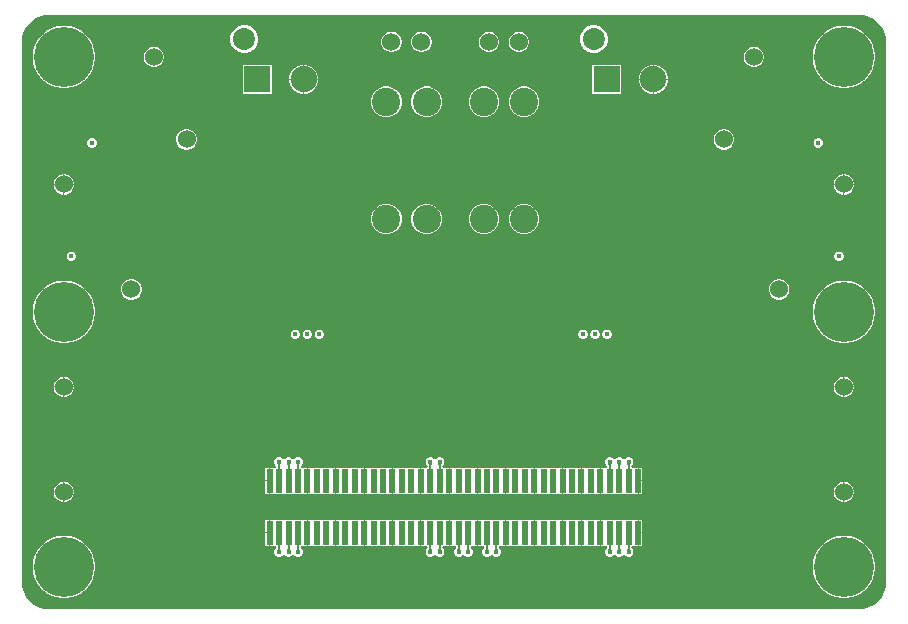
<source format=gbl>
G04*
G04 #@! TF.GenerationSoftware,Altium Limited,Altium Designer,24.2.2 (26)*
G04*
G04 Layer_Physical_Order=4*
G04 Layer_Color=16711680*
%FSLAX44Y44*%
%MOMM*%
G71*
G04*
G04 #@! TF.SameCoordinates,D0D0D645-F3CD-4B60-A7FA-FB90DE8E9CDF*
G04*
G04*
G04 #@! TF.FilePolarity,Positive*
G04*
G01*
G75*
%ADD12C,0.1270*%
%ADD14R,0.5000X2.0000*%
%ADD45C,2.4000*%
%ADD46C,1.5240*%
%ADD47C,1.8600*%
%ADD48R,2.2400X2.2400*%
%ADD49C,2.2400*%
%ADD50C,5.0800*%
%ADD51C,0.4572*%
%ADD52C,0.4524*%
G36*
X347406Y143304D02*
X351739Y141990D01*
X355733Y139855D01*
X359233Y136983D01*
X362105Y133483D01*
X364240Y129489D01*
X365554Y125156D01*
X365989Y120747D01*
X365969Y120650D01*
Y-336550D01*
X365989Y-336647D01*
X365554Y-341056D01*
X364240Y-345389D01*
X362105Y-349383D01*
X359233Y-352883D01*
X355733Y-355756D01*
X351739Y-357890D01*
X347406Y-359204D01*
X342998Y-359639D01*
X342900Y-359619D01*
X-342900D01*
X-342998Y-359639D01*
X-347406Y-359204D01*
X-351739Y-357890D01*
X-355733Y-355756D01*
X-359233Y-352883D01*
X-362105Y-349383D01*
X-364240Y-345389D01*
X-365554Y-341056D01*
X-365989Y-336647D01*
X-365969Y-336550D01*
Y-280475D01*
X-365847Y-280292D01*
X-365669Y-279400D01*
X-365847Y-278508D01*
X-365969Y-278325D01*
Y120650D01*
X-365989Y120747D01*
X-365554Y125156D01*
X-364240Y129489D01*
X-362105Y133483D01*
X-359233Y136983D01*
X-355733Y139855D01*
X-351739Y141990D01*
X-347406Y143304D01*
X-342998Y143739D01*
X-342900Y143719D01*
X342900D01*
X342998Y143739D01*
X347406Y143304D01*
D02*
G37*
%LPC*%
G36*
X-26313Y129286D02*
X-28587D01*
X-30783Y128698D01*
X-32753Y127561D01*
X-34361Y125953D01*
X-35498Y123983D01*
X-36086Y121787D01*
Y119513D01*
X-35498Y117317D01*
X-34361Y115347D01*
X-32753Y113740D01*
X-30783Y112603D01*
X-28587Y112014D01*
X-26313D01*
X-24117Y112603D01*
X-22147Y113740D01*
X-20540Y115347D01*
X-19403Y117317D01*
X-18814Y119513D01*
Y121787D01*
X-19403Y123983D01*
X-20540Y125953D01*
X-22147Y127561D01*
X-24117Y128698D01*
X-26313Y129286D01*
D02*
G37*
G36*
X-51713D02*
X-53987D01*
X-56183Y128698D01*
X-58153Y127561D01*
X-59760Y125953D01*
X-60897Y123983D01*
X-61486Y121787D01*
Y119513D01*
X-60897Y117317D01*
X-59760Y115347D01*
X-58153Y113740D01*
X-56183Y112603D01*
X-53987Y112014D01*
X-51713D01*
X-49517Y112603D01*
X-47547Y113740D01*
X-45939Y115347D01*
X-44802Y117317D01*
X-44214Y119513D01*
Y121787D01*
X-44802Y123983D01*
X-45939Y125953D01*
X-47547Y127561D01*
X-49517Y128698D01*
X-51713Y129286D01*
D02*
G37*
G36*
X56237Y129286D02*
X53963D01*
X51767Y128698D01*
X49797Y127561D01*
X48189Y125953D01*
X47052Y123983D01*
X46464Y121787D01*
Y119513D01*
X47052Y117317D01*
X48189Y115347D01*
X49797Y113740D01*
X51767Y112603D01*
X53963Y112014D01*
X56237D01*
X58433Y112603D01*
X60403Y113740D01*
X62010Y115347D01*
X63147Y117317D01*
X63736Y119513D01*
Y121787D01*
X63147Y123983D01*
X62010Y125953D01*
X60403Y127561D01*
X58433Y128698D01*
X56237Y129286D01*
D02*
G37*
G36*
X30837D02*
X28563D01*
X26367Y128698D01*
X24397Y127561D01*
X22789Y125953D01*
X21653Y123983D01*
X21064Y121787D01*
Y119513D01*
X21653Y117317D01*
X22789Y115347D01*
X24397Y113740D01*
X26367Y112603D01*
X28563Y112014D01*
X30837D01*
X33033Y112603D01*
X35003Y113740D01*
X36611Y115347D01*
X37747Y117317D01*
X38336Y119513D01*
Y121787D01*
X37747Y123983D01*
X36611Y125953D01*
X35003Y127561D01*
X33033Y128698D01*
X30837Y129286D01*
D02*
G37*
G36*
X120003Y134700D02*
X116896D01*
X113895Y133896D01*
X111205Y132342D01*
X109008Y130145D01*
X107454Y127455D01*
X106650Y124453D01*
Y121347D01*
X107454Y118345D01*
X109008Y115655D01*
X111205Y113458D01*
X113895Y111904D01*
X116896Y111100D01*
X120003D01*
X123005Y111904D01*
X125695Y113458D01*
X127892Y115655D01*
X129446Y118345D01*
X130250Y121347D01*
Y124453D01*
X129446Y127455D01*
X127892Y130145D01*
X125695Y132342D01*
X123005Y133896D01*
X120003Y134700D01*
D02*
G37*
G36*
X-175847D02*
X-178953D01*
X-181955Y133896D01*
X-184645Y132342D01*
X-186842Y130145D01*
X-188396Y127455D01*
X-189200Y124453D01*
Y121347D01*
X-188396Y118345D01*
X-186842Y115655D01*
X-184645Y113458D01*
X-181955Y111904D01*
X-178953Y111100D01*
X-175847D01*
X-172845Y111904D01*
X-170155Y113458D01*
X-167958Y115655D01*
X-166404Y118345D01*
X-165600Y121347D01*
Y124453D01*
X-166404Y127455D01*
X-167958Y130145D01*
X-170155Y132342D01*
X-172845Y133896D01*
X-175847Y134700D01*
D02*
G37*
G36*
X255137Y116586D02*
X252863D01*
X250667Y115997D01*
X248697Y114860D01*
X247090Y113253D01*
X245952Y111283D01*
X245364Y109087D01*
Y106813D01*
X245952Y104617D01*
X247090Y102647D01*
X248697Y101039D01*
X250667Y99902D01*
X252863Y99314D01*
X255137D01*
X257333Y99902D01*
X259303Y101039D01*
X260910Y102647D01*
X262048Y104617D01*
X262636Y106813D01*
Y109087D01*
X262048Y111283D01*
X260910Y113253D01*
X259303Y114860D01*
X257333Y115997D01*
X255137Y116586D01*
D02*
G37*
G36*
X-252863D02*
X-255137D01*
X-257333Y115997D01*
X-259303Y114860D01*
X-260910Y113253D01*
X-262048Y111283D01*
X-262636Y109087D01*
Y106813D01*
X-262048Y104617D01*
X-260910Y102647D01*
X-259303Y101039D01*
X-257333Y99902D01*
X-255137Y99314D01*
X-252863D01*
X-250667Y99902D01*
X-248697Y101039D01*
X-247090Y102647D01*
X-245952Y104617D01*
X-245364Y106813D01*
Y109087D01*
X-245952Y111283D01*
X-247090Y113253D01*
X-248697Y114860D01*
X-250667Y115997D01*
X-252863Y116586D01*
D02*
G37*
G36*
X170458Y101116D02*
X169358D01*
Y89408D01*
X181066D01*
Y90508D01*
X180233Y93615D01*
X178625Y96401D01*
X176351Y98675D01*
X173565Y100283D01*
X170458Y101116D01*
D02*
G37*
G36*
X168342D02*
X167242D01*
X164135Y100283D01*
X161349Y98675D01*
X159075Y96401D01*
X157466Y93615D01*
X156634Y90508D01*
Y89408D01*
X168342D01*
Y101116D01*
D02*
G37*
G36*
X-125392D02*
X-126492D01*
Y89408D01*
X-114784D01*
Y90508D01*
X-115617Y93615D01*
X-117225Y96401D01*
X-119499Y98675D01*
X-122285Y100283D01*
X-125392Y101116D01*
D02*
G37*
G36*
X-127508D02*
X-128608D01*
X-131715Y100283D01*
X-134501Y98675D01*
X-136775Y96401D01*
X-138384Y93615D01*
X-139216Y90508D01*
Y89408D01*
X-127508D01*
Y101116D01*
D02*
G37*
G36*
X332279Y134366D02*
X328121D01*
X324014Y133716D01*
X320060Y132431D01*
X316355Y130543D01*
X312991Y128099D01*
X310051Y125159D01*
X307607Y121795D01*
X305719Y118090D01*
X304434Y114136D01*
X303784Y110029D01*
Y105871D01*
X304434Y101764D01*
X305719Y97810D01*
X307607Y94105D01*
X310051Y90741D01*
X312991Y87801D01*
X316355Y85357D01*
X320060Y83469D01*
X324014Y82184D01*
X328121Y81534D01*
X332279D01*
X336386Y82184D01*
X340340Y83469D01*
X344045Y85357D01*
X347409Y87801D01*
X350349Y90741D01*
X352793Y94105D01*
X354681Y97810D01*
X355966Y101764D01*
X356616Y105871D01*
Y110029D01*
X355966Y114136D01*
X354681Y118090D01*
X352793Y121795D01*
X350349Y125159D01*
X347409Y128099D01*
X344045Y130543D01*
X340340Y132431D01*
X336386Y133716D01*
X332279Y134366D01*
D02*
G37*
G36*
X-328121D02*
X-332279D01*
X-336386Y133716D01*
X-340340Y132431D01*
X-344045Y130543D01*
X-347409Y128099D01*
X-350349Y125159D01*
X-352793Y121795D01*
X-354681Y118090D01*
X-355966Y114136D01*
X-356616Y110029D01*
Y105871D01*
X-355966Y101764D01*
X-354681Y97810D01*
X-352793Y94105D01*
X-350349Y90741D01*
X-347409Y87801D01*
X-344045Y85357D01*
X-340340Y83469D01*
X-336386Y82184D01*
X-332279Y81534D01*
X-328121D01*
X-324014Y82184D01*
X-320060Y83469D01*
X-316355Y85357D01*
X-312991Y87801D01*
X-310051Y90741D01*
X-307607Y94105D01*
X-305719Y97810D01*
X-304434Y101764D01*
X-303784Y105871D01*
Y110029D01*
X-304434Y114136D01*
X-305719Y118090D01*
X-307607Y121795D01*
X-310051Y125159D01*
X-312991Y128099D01*
X-316355Y130543D01*
X-320060Y132431D01*
X-324014Y133716D01*
X-328121Y134366D01*
D02*
G37*
G36*
X181066Y88392D02*
X169358D01*
Y76684D01*
X170458D01*
X173565Y77516D01*
X176351Y79125D01*
X178625Y81399D01*
X180233Y84185D01*
X181066Y87292D01*
Y88392D01*
D02*
G37*
G36*
X168342D02*
X156634D01*
Y87292D01*
X157466Y84185D01*
X159075Y81399D01*
X161349Y79125D01*
X164135Y77516D01*
X167242Y76684D01*
X168342D01*
Y88392D01*
D02*
G37*
G36*
X141466Y101116D02*
X117034D01*
Y76684D01*
X141466D01*
Y101116D01*
D02*
G37*
G36*
X-114784Y88392D02*
X-126492D01*
Y76684D01*
X-125392D01*
X-122285Y77516D01*
X-119499Y79125D01*
X-117225Y81399D01*
X-115617Y84185D01*
X-114784Y87292D01*
Y88392D01*
D02*
G37*
G36*
X-127508D02*
X-139216D01*
Y87292D01*
X-138384Y84185D01*
X-136775Y81399D01*
X-134501Y79125D01*
X-131715Y77516D01*
X-128608Y76684D01*
X-127508D01*
Y88392D01*
D02*
G37*
G36*
X-154384Y101116D02*
X-178816D01*
Y76684D01*
X-154384D01*
Y101116D01*
D02*
G37*
G36*
X-21437Y82866D02*
X-24864D01*
X-28174Y81979D01*
X-31142Y80265D01*
X-33565Y77842D01*
X-35279Y74874D01*
X-36166Y71564D01*
Y68136D01*
X-35279Y64826D01*
X-33565Y61858D01*
X-31142Y59435D01*
X-28174Y57721D01*
X-24864Y56834D01*
X-21437D01*
X-18126Y57721D01*
X-15158Y59435D01*
X-12735Y61858D01*
X-11021Y64826D01*
X-10134Y68136D01*
Y71564D01*
X-11021Y74874D01*
X-12735Y77842D01*
X-15158Y80265D01*
X-18126Y81979D01*
X-21437Y82866D01*
D02*
G37*
G36*
X61114Y82866D02*
X57686D01*
X54376Y81979D01*
X51408Y80265D01*
X48985Y77842D01*
X47271Y74874D01*
X46384Y71564D01*
Y68136D01*
X47271Y64826D01*
X48985Y61858D01*
X51408Y59435D01*
X54376Y57721D01*
X57686Y56834D01*
X61114D01*
X64424Y57721D01*
X67392Y59435D01*
X69815Y61858D01*
X71529Y64826D01*
X72416Y68136D01*
Y71564D01*
X71529Y74874D01*
X69815Y77842D01*
X67392Y80265D01*
X64424Y81979D01*
X61114Y82866D01*
D02*
G37*
G36*
X27114D02*
X23686D01*
X20376Y81979D01*
X17408Y80265D01*
X14985Y77842D01*
X13271Y74874D01*
X12384Y71564D01*
Y68136D01*
X13271Y64826D01*
X14985Y61858D01*
X17408Y59435D01*
X20376Y57721D01*
X23686Y56834D01*
X27114D01*
X30424Y57721D01*
X33392Y59435D01*
X35815Y61858D01*
X37529Y64826D01*
X38416Y68136D01*
Y71564D01*
X37529Y74874D01*
X35815Y77842D01*
X33392Y80265D01*
X30424Y81979D01*
X27114Y82866D01*
D02*
G37*
G36*
X-55436D02*
X-58864D01*
X-62174Y81979D01*
X-65142Y80265D01*
X-67565Y77842D01*
X-69279Y74874D01*
X-70166Y71564D01*
Y68136D01*
X-69279Y64826D01*
X-67565Y61858D01*
X-65142Y59435D01*
X-62174Y57721D01*
X-58864Y56834D01*
X-55436D01*
X-52126Y57721D01*
X-49158Y59435D01*
X-46735Y61858D01*
X-45021Y64826D01*
X-44134Y68136D01*
Y71564D01*
X-45021Y74874D01*
X-46735Y77842D01*
X-49158Y80265D01*
X-52126Y81979D01*
X-55436Y82866D01*
D02*
G37*
G36*
X309296Y39200D02*
X307704D01*
X306234Y38591D01*
X305109Y37466D01*
X304500Y35996D01*
Y34404D01*
X305109Y32934D01*
X306234Y31809D01*
X307704Y31200D01*
X309296D01*
X310766Y31809D01*
X311891Y32934D01*
X312500Y34404D01*
Y35996D01*
X311891Y37466D01*
X310766Y38591D01*
X309296Y39200D01*
D02*
G37*
G36*
X-305704Y38925D02*
X-307296D01*
X-308766Y38316D01*
X-309891Y37191D01*
X-310500Y35721D01*
Y34129D01*
X-309891Y32659D01*
X-308766Y31534D01*
X-307296Y30925D01*
X-305704D01*
X-304234Y31534D01*
X-303109Y32659D01*
X-302500Y34129D01*
Y35721D01*
X-303109Y37191D01*
X-304234Y38316D01*
X-305704Y38925D01*
D02*
G37*
G36*
X229737Y46736D02*
X227463D01*
X225267Y46147D01*
X223297Y45010D01*
X221689Y43403D01*
X220553Y41433D01*
X219964Y39237D01*
Y36963D01*
X220553Y34767D01*
X221689Y32797D01*
X223297Y31189D01*
X225267Y30052D01*
X227463Y29464D01*
X229737D01*
X231933Y30052D01*
X233903Y31189D01*
X235511Y32797D01*
X236647Y34767D01*
X237236Y36963D01*
Y39237D01*
X236647Y41433D01*
X235511Y43403D01*
X233903Y45010D01*
X231933Y46147D01*
X229737Y46736D01*
D02*
G37*
G36*
X-225213D02*
X-227487D01*
X-229683Y46147D01*
X-231653Y45010D01*
X-233261Y43403D01*
X-234398Y41433D01*
X-234986Y39237D01*
Y36963D01*
X-234398Y34767D01*
X-233261Y32797D01*
X-231653Y31189D01*
X-229683Y30052D01*
X-227487Y29464D01*
X-225213D01*
X-223017Y30052D01*
X-221047Y31189D01*
X-219440Y32797D01*
X-218303Y34767D01*
X-217714Y36963D01*
Y39237D01*
X-218303Y41433D01*
X-219440Y43403D01*
X-221047Y45010D01*
X-223017Y46147D01*
X-225213Y46736D01*
D02*
G37*
G36*
X331337Y8636D02*
X330708D01*
Y508D01*
X338836D01*
Y1137D01*
X338247Y3333D01*
X337110Y5303D01*
X335503Y6910D01*
X333533Y8048D01*
X331337Y8636D01*
D02*
G37*
G36*
X329692D02*
X329063D01*
X326867Y8048D01*
X324897Y6910D01*
X323289Y5303D01*
X322152Y3333D01*
X321564Y1137D01*
Y508D01*
X329692D01*
Y8636D01*
D02*
G37*
G36*
X-329063D02*
X-329692D01*
Y508D01*
X-321564D01*
Y1137D01*
X-322152Y3333D01*
X-323289Y5303D01*
X-324897Y6910D01*
X-326867Y8048D01*
X-329063Y8636D01*
D02*
G37*
G36*
X-330708D02*
X-331337D01*
X-333533Y8048D01*
X-335503Y6910D01*
X-337110Y5303D01*
X-338247Y3333D01*
X-338836Y1137D01*
Y508D01*
X-330708D01*
Y8636D01*
D02*
G37*
G36*
X338836Y-508D02*
X330708D01*
Y-8636D01*
X331337D01*
X333533Y-8048D01*
X335503Y-6910D01*
X337110Y-5303D01*
X338247Y-3333D01*
X338836Y-1137D01*
Y-508D01*
D02*
G37*
G36*
X329692D02*
X321564D01*
Y-1137D01*
X322152Y-3333D01*
X323289Y-5303D01*
X324897Y-6910D01*
X326867Y-8048D01*
X329063Y-8636D01*
X329692D01*
Y-508D01*
D02*
G37*
G36*
X-321564D02*
X-329692D01*
Y-8636D01*
X-329063D01*
X-326867Y-8048D01*
X-324897Y-6910D01*
X-323289Y-5303D01*
X-322152Y-3333D01*
X-321564Y-1137D01*
Y-508D01*
D02*
G37*
G36*
X-330708D02*
X-338836D01*
Y-1137D01*
X-338247Y-3333D01*
X-337110Y-5303D01*
X-335503Y-6910D01*
X-333533Y-8048D01*
X-331337Y-8636D01*
X-330708D01*
Y-508D01*
D02*
G37*
G36*
X61114Y-16334D02*
X57686D01*
X54376Y-17221D01*
X51408Y-18935D01*
X48985Y-21358D01*
X47271Y-24326D01*
X46384Y-27636D01*
Y-31064D01*
X47271Y-34374D01*
X48985Y-37342D01*
X51408Y-39765D01*
X54376Y-41479D01*
X57686Y-42366D01*
X61114D01*
X64424Y-41479D01*
X67392Y-39765D01*
X69815Y-37342D01*
X71529Y-34374D01*
X72416Y-31064D01*
Y-27636D01*
X71529Y-24326D01*
X69815Y-21358D01*
X67392Y-18935D01*
X64424Y-17221D01*
X61114Y-16334D01*
D02*
G37*
G36*
X27114D02*
X23686D01*
X20376Y-17221D01*
X17408Y-18935D01*
X14985Y-21358D01*
X13271Y-24326D01*
X12384Y-27636D01*
Y-31064D01*
X13271Y-34374D01*
X14985Y-37342D01*
X17408Y-39765D01*
X20376Y-41479D01*
X23686Y-42366D01*
X27114D01*
X30424Y-41479D01*
X33392Y-39765D01*
X35815Y-37342D01*
X37529Y-34374D01*
X38416Y-31064D01*
Y-27636D01*
X37529Y-24326D01*
X35815Y-21358D01*
X33392Y-18935D01*
X30424Y-17221D01*
X27114Y-16334D01*
D02*
G37*
G36*
X-55436D02*
X-58864D01*
X-62174Y-17221D01*
X-65142Y-18935D01*
X-67565Y-21358D01*
X-69279Y-24326D01*
X-70166Y-27636D01*
Y-31064D01*
X-69279Y-34374D01*
X-67565Y-37342D01*
X-65142Y-39765D01*
X-62174Y-41479D01*
X-58864Y-42366D01*
X-55436D01*
X-52126Y-41479D01*
X-49158Y-39765D01*
X-46735Y-37342D01*
X-45021Y-34374D01*
X-44134Y-31064D01*
Y-27636D01*
X-45021Y-24326D01*
X-46735Y-21358D01*
X-49158Y-18935D01*
X-52126Y-17221D01*
X-55436Y-16334D01*
D02*
G37*
G36*
X-21437Y-16334D02*
X-24864D01*
X-28174Y-17221D01*
X-31142Y-18935D01*
X-33565Y-21358D01*
X-35279Y-24326D01*
X-36166Y-27636D01*
Y-31064D01*
X-35279Y-34374D01*
X-33565Y-37342D01*
X-31142Y-39765D01*
X-28174Y-41479D01*
X-24864Y-42366D01*
X-21437D01*
X-18126Y-41479D01*
X-15158Y-39765D01*
X-12735Y-37342D01*
X-11021Y-34374D01*
X-10134Y-31064D01*
Y-27636D01*
X-11021Y-24326D01*
X-12735Y-21358D01*
X-15158Y-18935D01*
X-18126Y-17221D01*
X-21437Y-16334D01*
D02*
G37*
G36*
X-323054Y-56960D02*
X-324646D01*
X-326116Y-57569D01*
X-327241Y-58694D01*
X-327850Y-60164D01*
Y-61756D01*
X-327241Y-63226D01*
X-326116Y-64351D01*
X-324646Y-64960D01*
X-323054D01*
X-321584Y-64351D01*
X-320459Y-63226D01*
X-319850Y-61756D01*
Y-60164D01*
X-320459Y-58694D01*
X-321584Y-57569D01*
X-323054Y-56960D01*
D02*
G37*
G36*
X326896Y-56960D02*
X325304D01*
X323834Y-57569D01*
X322709Y-58694D01*
X322100Y-60164D01*
Y-61756D01*
X322709Y-63226D01*
X323834Y-64351D01*
X325304Y-64960D01*
X326896D01*
X328366Y-64351D01*
X329491Y-63226D01*
X330100Y-61756D01*
Y-60164D01*
X329491Y-58694D01*
X328366Y-57569D01*
X326896Y-56960D01*
D02*
G37*
G36*
X276437Y-80264D02*
X274163D01*
X271967Y-80852D01*
X269997Y-81989D01*
X268389Y-83597D01*
X267253Y-85567D01*
X266664Y-87763D01*
Y-90037D01*
X267253Y-92233D01*
X268389Y-94203D01*
X269997Y-95810D01*
X271967Y-96947D01*
X274163Y-97536D01*
X276437D01*
X278633Y-96947D01*
X280603Y-95810D01*
X282211Y-94203D01*
X283347Y-92233D01*
X283936Y-90037D01*
Y-87763D01*
X283347Y-85567D01*
X282211Y-83597D01*
X280603Y-81989D01*
X278633Y-80852D01*
X276437Y-80264D01*
D02*
G37*
G36*
X-271913D02*
X-274187D01*
X-276383Y-80852D01*
X-278353Y-81989D01*
X-279960Y-83597D01*
X-281098Y-85567D01*
X-281686Y-87763D01*
Y-90037D01*
X-281098Y-92233D01*
X-279960Y-94203D01*
X-278353Y-95810D01*
X-276383Y-96947D01*
X-274187Y-97536D01*
X-271913D01*
X-269717Y-96947D01*
X-267747Y-95810D01*
X-266140Y-94203D01*
X-265002Y-92233D01*
X-264414Y-90037D01*
Y-87763D01*
X-265002Y-85567D01*
X-266140Y-83597D01*
X-267747Y-81989D01*
X-269717Y-80852D01*
X-271913Y-80264D01*
D02*
G37*
G36*
X130336Y-123000D02*
X128744D01*
X127274Y-123609D01*
X126149Y-124734D01*
X125540Y-126204D01*
Y-127796D01*
X126149Y-129266D01*
X127274Y-130391D01*
X128744Y-131000D01*
X130336D01*
X131806Y-130391D01*
X132931Y-129266D01*
X133540Y-127796D01*
Y-126204D01*
X132931Y-124734D01*
X131806Y-123609D01*
X130336Y-123000D01*
D02*
G37*
G36*
X120176D02*
X118584D01*
X117114Y-123609D01*
X115989Y-124734D01*
X115380Y-126204D01*
Y-127796D01*
X115989Y-129266D01*
X117114Y-130391D01*
X118584Y-131000D01*
X120176D01*
X121646Y-130391D01*
X122771Y-129266D01*
X123380Y-127796D01*
Y-126204D01*
X122771Y-124734D01*
X121646Y-123609D01*
X120176Y-123000D01*
D02*
G37*
G36*
X110016D02*
X108424D01*
X106954Y-123609D01*
X105829Y-124734D01*
X105220Y-126204D01*
Y-127796D01*
X105829Y-129266D01*
X106954Y-130391D01*
X108424Y-131000D01*
X110016D01*
X111486Y-130391D01*
X112611Y-129266D01*
X113220Y-127796D01*
Y-126204D01*
X112611Y-124734D01*
X111486Y-123609D01*
X110016Y-123000D01*
D02*
G37*
G36*
X-113214D02*
X-114806D01*
X-116276Y-123609D01*
X-117401Y-124734D01*
X-118010Y-126204D01*
Y-127796D01*
X-117401Y-129266D01*
X-116276Y-130391D01*
X-114806Y-131000D01*
X-113214D01*
X-111744Y-130391D01*
X-110619Y-129266D01*
X-110010Y-127796D01*
Y-126204D01*
X-110619Y-124734D01*
X-111744Y-123609D01*
X-113214Y-123000D01*
D02*
G37*
G36*
X-123374D02*
X-124966D01*
X-126436Y-123609D01*
X-127561Y-124734D01*
X-128170Y-126204D01*
Y-127796D01*
X-127561Y-129266D01*
X-126436Y-130391D01*
X-124966Y-131000D01*
X-123374D01*
X-121904Y-130391D01*
X-120779Y-129266D01*
X-120170Y-127796D01*
Y-126204D01*
X-120779Y-124734D01*
X-121904Y-123609D01*
X-123374Y-123000D01*
D02*
G37*
G36*
X-133534D02*
X-135126D01*
X-136596Y-123609D01*
X-137721Y-124734D01*
X-138330Y-126204D01*
Y-127796D01*
X-137721Y-129266D01*
X-136596Y-130391D01*
X-135126Y-131000D01*
X-133534D01*
X-132064Y-130391D01*
X-130939Y-129266D01*
X-130330Y-127796D01*
Y-126204D01*
X-130939Y-124734D01*
X-132064Y-123609D01*
X-133534Y-123000D01*
D02*
G37*
G36*
X332279Y-81534D02*
X328121D01*
X324014Y-82184D01*
X320060Y-83469D01*
X316355Y-85357D01*
X312991Y-87801D01*
X310051Y-90741D01*
X307607Y-94105D01*
X305719Y-97810D01*
X304434Y-101764D01*
X303784Y-105871D01*
Y-110029D01*
X304434Y-114136D01*
X305719Y-118090D01*
X307607Y-121795D01*
X310051Y-125159D01*
X312991Y-128099D01*
X316355Y-130543D01*
X320060Y-132431D01*
X324014Y-133716D01*
X328121Y-134366D01*
X332279D01*
X336386Y-133716D01*
X340340Y-132431D01*
X344045Y-130543D01*
X347409Y-128099D01*
X350349Y-125159D01*
X352793Y-121795D01*
X354681Y-118090D01*
X355966Y-114136D01*
X356616Y-110029D01*
Y-105871D01*
X355966Y-101764D01*
X354681Y-97810D01*
X352793Y-94105D01*
X350349Y-90741D01*
X347409Y-87801D01*
X344045Y-85357D01*
X340340Y-83469D01*
X336386Y-82184D01*
X332279Y-81534D01*
D02*
G37*
G36*
X-328121D02*
X-332279D01*
X-336386Y-82184D01*
X-340340Y-83469D01*
X-344045Y-85357D01*
X-347409Y-87801D01*
X-350349Y-90741D01*
X-352793Y-94105D01*
X-354681Y-97810D01*
X-355966Y-101764D01*
X-356616Y-105871D01*
Y-110029D01*
X-355966Y-114136D01*
X-354681Y-118090D01*
X-352793Y-121795D01*
X-350349Y-125159D01*
X-347409Y-128099D01*
X-344045Y-130543D01*
X-340340Y-132431D01*
X-336386Y-133716D01*
X-332279Y-134366D01*
X-328121D01*
X-324014Y-133716D01*
X-320060Y-132431D01*
X-316355Y-130543D01*
X-312991Y-128099D01*
X-310051Y-125159D01*
X-307607Y-121795D01*
X-305719Y-118090D01*
X-304434Y-114136D01*
X-303784Y-110029D01*
Y-105871D01*
X-304434Y-101764D01*
X-305719Y-97810D01*
X-307607Y-94105D01*
X-310051Y-90741D01*
X-312991Y-87801D01*
X-316355Y-85357D01*
X-320060Y-83469D01*
X-324014Y-82184D01*
X-328121Y-81534D01*
D02*
G37*
G36*
X331337Y-162814D02*
X330708D01*
Y-170942D01*
X338836D01*
Y-170313D01*
X338247Y-168117D01*
X337110Y-166147D01*
X335503Y-164540D01*
X333533Y-163403D01*
X331337Y-162814D01*
D02*
G37*
G36*
X-329063D02*
X-329692D01*
Y-170942D01*
X-321564D01*
Y-170313D01*
X-322152Y-168117D01*
X-323289Y-166147D01*
X-324897Y-164540D01*
X-326867Y-163403D01*
X-329063Y-162814D01*
D02*
G37*
G36*
X-330708D02*
X-331337D01*
X-333533Y-163403D01*
X-335503Y-164540D01*
X-337110Y-166147D01*
X-338247Y-168117D01*
X-338836Y-170313D01*
Y-170942D01*
X-330708D01*
Y-162814D01*
D02*
G37*
G36*
X329692D02*
X329063D01*
X326867Y-163403D01*
X324897Y-164540D01*
X323289Y-166147D01*
X322152Y-168117D01*
X321564Y-170313D01*
Y-170942D01*
X329692D01*
Y-162814D01*
D02*
G37*
G36*
X338836Y-171958D02*
X330708D01*
Y-180086D01*
X331337D01*
X333533Y-179498D01*
X335503Y-178361D01*
X337110Y-176753D01*
X338247Y-174783D01*
X338836Y-172587D01*
Y-171958D01*
D02*
G37*
G36*
X329692D02*
X321564D01*
Y-172587D01*
X322152Y-174783D01*
X323289Y-176753D01*
X324897Y-178361D01*
X326867Y-179498D01*
X329063Y-180086D01*
X329692D01*
Y-171958D01*
D02*
G37*
G36*
X-321564D02*
X-329692D01*
Y-180086D01*
X-329063D01*
X-326867Y-179498D01*
X-324897Y-178361D01*
X-323289Y-176753D01*
X-322152Y-174783D01*
X-321564Y-172587D01*
Y-171958D01*
D02*
G37*
G36*
X-330708D02*
X-338836D01*
Y-172587D01*
X-338247Y-174783D01*
X-337110Y-176753D01*
X-335503Y-178361D01*
X-333533Y-179498D01*
X-331337Y-180086D01*
X-330708D01*
Y-171958D01*
D02*
G37*
G36*
X-11205Y-230950D02*
X-12796D01*
X-14266Y-231559D01*
X-15281Y-232573D01*
X-16000Y-232633D01*
X-16720Y-232573D01*
X-17735Y-231559D01*
X-19205Y-230950D01*
X-20796D01*
X-22266Y-231559D01*
X-23391Y-232684D01*
X-24000Y-234154D01*
Y-235746D01*
X-23391Y-237216D01*
X-22266Y-238341D01*
X-22553Y-239597D01*
X-22913Y-240034D01*
X-24484Y-240034D01*
X-24786Y-240034D01*
X-27492D01*
Y-251050D01*
Y-262066D01*
X-24786D01*
X-24484Y-262066D01*
X-23516D01*
X-23214Y-262066D01*
X-16786D01*
X-16484Y-262066D01*
X-15516D01*
X-15214Y-262066D01*
X-8786D01*
X-8484Y-262066D01*
X-7516D01*
X-7214Y-262066D01*
X-4508D01*
Y-251050D01*
Y-240034D01*
X-7214D01*
X-7516Y-240034D01*
X-8484D01*
X-8786Y-240034D01*
X-9088D01*
X-9448Y-239597D01*
X-9735Y-238341D01*
X-8609Y-237216D01*
X-8001Y-235746D01*
Y-234154D01*
X-8609Y-232684D01*
X-9735Y-231559D01*
X-11205Y-230950D01*
D02*
G37*
G36*
X148795D02*
X147204D01*
X145734Y-231559D01*
X144719Y-232573D01*
X144000Y-232633D01*
X143280Y-232573D01*
X142265Y-231559D01*
X140795Y-230950D01*
X139204D01*
X137734Y-231559D01*
X136719Y-232573D01*
X135999Y-232633D01*
X135280Y-232573D01*
X134265Y-231559D01*
X132795Y-230950D01*
X131204D01*
X129734Y-231559D01*
X128609Y-232684D01*
X127999Y-234154D01*
Y-235746D01*
X128609Y-237216D01*
X129734Y-238341D01*
X129447Y-239597D01*
X129087Y-240034D01*
X127516Y-240034D01*
X127214Y-240034D01*
X124508D01*
Y-251050D01*
Y-262066D01*
X127214D01*
X127516Y-262066D01*
X128484D01*
X128786Y-262066D01*
X135214D01*
X135516Y-262066D01*
X136484D01*
X136786Y-262066D01*
X143214D01*
X143516Y-262066D01*
X144484D01*
X144786Y-262066D01*
X151214D01*
X151516Y-262066D01*
X152484D01*
X152786Y-262066D01*
X155492D01*
Y-251050D01*
Y-240034D01*
X152786D01*
X152484Y-240034D01*
X151516D01*
X151214Y-240034D01*
X150912D01*
X150553Y-239597D01*
X150265Y-238341D01*
X151391Y-237216D01*
X152000Y-235746D01*
Y-234154D01*
X151391Y-232684D01*
X150265Y-231559D01*
X148795Y-230950D01*
D02*
G37*
G36*
X-131205Y-230950D02*
X-132796D01*
X-134266Y-231559D01*
X-135281Y-232573D01*
X-136000Y-232633D01*
X-136720Y-232573D01*
X-137734Y-231559D01*
X-139205Y-230950D01*
X-140796D01*
X-142266Y-231559D01*
X-143280Y-232573D01*
X-144000Y-232633D01*
X-144720Y-232573D01*
X-145734Y-231559D01*
X-147205Y-230950D01*
X-148796D01*
X-150266Y-231559D01*
X-151391Y-232684D01*
X-152000Y-234154D01*
Y-235746D01*
X-151391Y-237216D01*
X-150266Y-238341D01*
X-150553Y-239597D01*
X-150913Y-240034D01*
X-152484Y-240034D01*
X-152786Y-240034D01*
X-155492D01*
Y-251050D01*
Y-262066D01*
X-152786D01*
X-152484Y-262066D01*
X-151516D01*
X-151214Y-262066D01*
X-144786D01*
X-144484Y-262066D01*
X-143516D01*
X-143214Y-262066D01*
X-136786D01*
X-136484Y-262066D01*
X-135516D01*
X-135214Y-262066D01*
X-128786D01*
X-128484Y-262066D01*
X-127516D01*
X-127214Y-262066D01*
X-124508D01*
Y-251050D01*
Y-240034D01*
X-127214D01*
X-127516Y-240034D01*
X-128484D01*
X-128786Y-240034D01*
X-129088D01*
X-129447Y-239597D01*
X-129734Y-238341D01*
X-128609Y-237216D01*
X-128000Y-235746D01*
Y-234154D01*
X-128609Y-232684D01*
X-129734Y-231559D01*
X-131205Y-230950D01*
D02*
G37*
G36*
X120484Y-240034D02*
X119516D01*
X119214Y-240034D01*
X112786D01*
X112484Y-240034D01*
X111516D01*
X111214Y-240034D01*
X108508D01*
Y-251050D01*
Y-262066D01*
X111214D01*
X111516Y-262066D01*
X112484D01*
X112786Y-262066D01*
X119214D01*
X119516Y-262066D01*
X120484D01*
X120786Y-262066D01*
X123492D01*
Y-251050D01*
Y-240034D01*
X120786D01*
X120484Y-240034D01*
D02*
G37*
G36*
X104484D02*
X103516D01*
X103214Y-240034D01*
X96786D01*
X96484Y-240034D01*
X95516D01*
X95214Y-240034D01*
X92508D01*
Y-251050D01*
Y-262066D01*
X95214D01*
X95516Y-262066D01*
X96484D01*
X96786Y-262066D01*
X103214D01*
X103516Y-262066D01*
X104484D01*
X104786Y-262066D01*
X107492D01*
Y-251050D01*
Y-240034D01*
X104786D01*
X104484Y-240034D01*
D02*
G37*
G36*
X88484D02*
X87516D01*
X87214Y-240034D01*
X80786D01*
X80484Y-240034D01*
X79516D01*
X79214Y-240034D01*
X72786D01*
X72484Y-240034D01*
X71516D01*
X71214Y-240034D01*
X68508D01*
Y-251050D01*
Y-262066D01*
X71214D01*
X71516Y-262066D01*
X72484D01*
X72786Y-262066D01*
X79214D01*
X79516Y-262066D01*
X80484D01*
X80786Y-262066D01*
X87214D01*
X87516Y-262066D01*
X88484D01*
X88786Y-262066D01*
X91492D01*
Y-251050D01*
Y-240034D01*
X88786D01*
X88484Y-240034D01*
D02*
G37*
G36*
X64484D02*
X63516D01*
X63214Y-240034D01*
X56786D01*
X56484Y-240034D01*
X55516D01*
X55214Y-240034D01*
X48786D01*
X48484Y-240034D01*
X47516D01*
X47214Y-240034D01*
X44508D01*
Y-251050D01*
Y-262066D01*
X47214D01*
X47516Y-262066D01*
X48484D01*
X48786Y-262066D01*
X55214D01*
X55516Y-262066D01*
X56484D01*
X56786Y-262066D01*
X63214D01*
X63516Y-262066D01*
X64484D01*
X64786Y-262066D01*
X67492D01*
Y-251050D01*
Y-240034D01*
X64786D01*
X64484Y-240034D01*
D02*
G37*
G36*
X40484D02*
X39516D01*
X39214Y-240034D01*
X32786D01*
X32484Y-240034D01*
X31516D01*
X31214Y-240034D01*
X24786D01*
X24484Y-240034D01*
X23516D01*
X23214Y-240034D01*
X20508D01*
Y-251050D01*
Y-262066D01*
X23214D01*
X23516Y-262066D01*
X24484D01*
X24786Y-262066D01*
X31214D01*
X31516Y-262066D01*
X32484D01*
X32786Y-262066D01*
X39214D01*
X39516Y-262066D01*
X40484D01*
X40786Y-262066D01*
X43492D01*
Y-251050D01*
Y-240034D01*
X40786D01*
X40484Y-240034D01*
D02*
G37*
G36*
X16484D02*
X15516D01*
X15214Y-240034D01*
X8786D01*
X8484Y-240034D01*
X7516D01*
X7214Y-240034D01*
X786D01*
X484Y-240034D01*
X-484D01*
X-786Y-240034D01*
X-3492D01*
Y-251050D01*
Y-262066D01*
X-786D01*
X-484Y-262066D01*
X484D01*
X786Y-262066D01*
X7214D01*
X7516Y-262066D01*
X8484D01*
X8786Y-262066D01*
X15214D01*
X15516Y-262066D01*
X16484D01*
X16786Y-262066D01*
X19492D01*
Y-251050D01*
Y-240034D01*
X16786D01*
X16484Y-240034D01*
D02*
G37*
G36*
X-31516D02*
X-32484D01*
X-32786Y-240034D01*
X-39214D01*
X-39516Y-240034D01*
X-40484D01*
X-40786Y-240034D01*
X-47214D01*
X-47516Y-240034D01*
X-48484D01*
X-48786Y-240034D01*
X-51492D01*
Y-251050D01*
Y-262066D01*
X-48786D01*
X-48484Y-262066D01*
X-47516D01*
X-47214Y-262066D01*
X-40786D01*
X-40484Y-262066D01*
X-39516D01*
X-39214Y-262066D01*
X-32786D01*
X-32484Y-262066D01*
X-31516D01*
X-31214Y-262066D01*
X-28508D01*
Y-251050D01*
Y-240034D01*
X-31214D01*
X-31516Y-240034D01*
D02*
G37*
G36*
X-55516D02*
X-56484D01*
X-56786Y-240034D01*
X-63214D01*
X-63516Y-240034D01*
X-64484D01*
X-64786Y-240034D01*
X-71214D01*
X-71516Y-240034D01*
X-72484D01*
X-72786Y-240034D01*
X-75492D01*
Y-251050D01*
Y-262066D01*
X-72786D01*
X-72484Y-262066D01*
X-71516D01*
X-71214Y-262066D01*
X-64786D01*
X-64484Y-262066D01*
X-63516D01*
X-63214Y-262066D01*
X-56786D01*
X-56484Y-262066D01*
X-55516D01*
X-55214Y-262066D01*
X-52508D01*
Y-251050D01*
Y-240034D01*
X-55214D01*
X-55516Y-240034D01*
D02*
G37*
G36*
X-79516D02*
X-80484D01*
X-80786Y-240034D01*
X-87214D01*
X-87516Y-240034D01*
X-88484D01*
X-88786Y-240034D01*
X-95214D01*
X-95516Y-240034D01*
X-96484D01*
X-96786Y-240034D01*
X-99492D01*
Y-251050D01*
Y-262066D01*
X-96786D01*
X-96484Y-262066D01*
X-95516D01*
X-95214Y-262066D01*
X-88786D01*
X-88484Y-262066D01*
X-87516D01*
X-87214Y-262066D01*
X-80786D01*
X-80484Y-262066D01*
X-79516D01*
X-79214Y-262066D01*
X-76508D01*
Y-251050D01*
Y-240034D01*
X-79214D01*
X-79516Y-240034D01*
D02*
G37*
G36*
X-103516D02*
X-104484D01*
X-104786Y-240034D01*
X-111214D01*
X-111516Y-240034D01*
X-112484D01*
X-112786Y-240034D01*
X-119214D01*
X-119516Y-240034D01*
X-120484D01*
X-120786Y-240034D01*
X-123492D01*
Y-251050D01*
Y-262066D01*
X-120786D01*
X-120484Y-262066D01*
X-119516D01*
X-119214Y-262066D01*
X-112786D01*
X-112484Y-262066D01*
X-111516D01*
X-111214Y-262066D01*
X-104786D01*
X-104484Y-262066D01*
X-103516D01*
X-103214Y-262066D01*
X-100508D01*
Y-251050D01*
Y-240034D01*
X-103214D01*
X-103516Y-240034D01*
D02*
G37*
G36*
X156508Y-240034D02*
Y-250542D01*
X159516D01*
Y-240034D01*
X156508D01*
D02*
G37*
G36*
X-156508D02*
X-159516D01*
Y-250542D01*
X-156508D01*
Y-240034D01*
D02*
G37*
G36*
X331337Y-251714D02*
X330708D01*
Y-259842D01*
X338836D01*
Y-259213D01*
X338247Y-257017D01*
X337110Y-255047D01*
X335503Y-253440D01*
X333533Y-252302D01*
X331337Y-251714D01*
D02*
G37*
G36*
X-329063D02*
X-329692D01*
Y-259842D01*
X-321564D01*
Y-259213D01*
X-322152Y-257017D01*
X-323289Y-255047D01*
X-324897Y-253440D01*
X-326867Y-252302D01*
X-329063Y-251714D01*
D02*
G37*
G36*
X-330708D02*
X-331337D01*
X-333533Y-252302D01*
X-335503Y-253440D01*
X-337110Y-255047D01*
X-338247Y-257017D01*
X-338836Y-259213D01*
Y-259842D01*
X-330708D01*
Y-251714D01*
D02*
G37*
G36*
X329692D02*
X329063D01*
X326867Y-252302D01*
X324897Y-253440D01*
X323289Y-255047D01*
X322152Y-257017D01*
X321564Y-259213D01*
Y-259842D01*
X329692D01*
Y-251714D01*
D02*
G37*
G36*
X159516Y-251558D02*
X156508D01*
Y-262066D01*
X159516D01*
Y-251558D01*
D02*
G37*
G36*
X-156508D02*
X-159516D01*
Y-262066D01*
X-156508D01*
Y-251558D01*
D02*
G37*
G36*
X338836Y-260858D02*
X330708D01*
Y-268986D01*
X331337D01*
X333533Y-268398D01*
X335503Y-267260D01*
X337110Y-265653D01*
X338247Y-263683D01*
X338836Y-261487D01*
Y-260858D01*
D02*
G37*
G36*
X329692D02*
X321564D01*
Y-261487D01*
X322152Y-263683D01*
X323289Y-265653D01*
X324897Y-267260D01*
X326867Y-268398D01*
X329063Y-268986D01*
X329692D01*
Y-260858D01*
D02*
G37*
G36*
X-321564D02*
X-329692D01*
Y-268986D01*
X-329063D01*
X-326867Y-268398D01*
X-324897Y-267260D01*
X-323289Y-265653D01*
X-322152Y-263683D01*
X-321564Y-261487D01*
Y-260858D01*
D02*
G37*
G36*
X-330708D02*
X-338836D01*
Y-261487D01*
X-338247Y-263683D01*
X-337110Y-265653D01*
X-335503Y-267260D01*
X-333533Y-268398D01*
X-331337Y-268986D01*
X-330708D01*
Y-260858D01*
D02*
G37*
G36*
X-16484Y-284034D02*
Y-284034D01*
X-23214D01*
X-23516Y-284034D01*
X-24484D01*
X-24786Y-284034D01*
X-27492D01*
Y-295050D01*
Y-306066D01*
X-24786D01*
X-24484Y-306066D01*
X-23516D01*
X-22913Y-306066D01*
X-22553Y-306504D01*
X-22265Y-307759D01*
X-23391Y-308884D01*
X-24000Y-310354D01*
Y-311946D01*
X-23391Y-313416D01*
X-22265Y-314541D01*
X-20795Y-315150D01*
X-19204D01*
X-17734Y-314541D01*
X-16719Y-313527D01*
X-15999Y-313467D01*
X-15280Y-313527D01*
X-14265Y-314541D01*
X-12795Y-315150D01*
X-11204D01*
X-9734Y-314541D01*
X-8608Y-313416D01*
X-8000Y-311946D01*
Y-310354D01*
X-8608Y-308884D01*
X-9734Y-307759D01*
X-9552Y-306460D01*
X-9198Y-306066D01*
X-8484Y-306066D01*
X-7516D01*
X-7214Y-306066D01*
X-4508D01*
Y-295050D01*
Y-284034D01*
X-7214D01*
X-7516Y-284034D01*
X-8484D01*
X-8786Y-284034D01*
X-15516D01*
Y-284034D01*
X-16484D01*
D02*
G37*
G36*
X31516D02*
Y-284034D01*
X24786D01*
X24484Y-284034D01*
X23516D01*
X23214Y-284034D01*
X20508D01*
Y-295050D01*
Y-306066D01*
X23214D01*
X23516Y-306066D01*
X24484D01*
X24786Y-306066D01*
X25087D01*
X25447Y-306504D01*
X25735Y-307759D01*
X24609Y-308884D01*
X24000Y-310354D01*
Y-311946D01*
X24609Y-313416D01*
X25735Y-314541D01*
X27205Y-315150D01*
X28796D01*
X30266Y-314541D01*
X31281Y-313527D01*
X32001Y-313467D01*
X32720Y-313527D01*
X33735Y-314541D01*
X35205Y-315150D01*
X36796D01*
X38266Y-314541D01*
X39392Y-313416D01*
X40001Y-311946D01*
Y-310354D01*
X39392Y-308884D01*
X38266Y-307759D01*
X38448Y-306460D01*
X38802Y-306066D01*
X39516Y-306066D01*
X40484D01*
X40786Y-306066D01*
X43492D01*
Y-295050D01*
Y-284034D01*
X40786D01*
X40484Y-284034D01*
X39516D01*
X39214Y-284034D01*
X32484D01*
Y-284034D01*
X31516D01*
D02*
G37*
G36*
X152484Y-284034D02*
X151516D01*
X151214Y-284034D01*
X144786D01*
X144484Y-284034D01*
X143516D01*
X143214Y-284034D01*
X136786D01*
X136484Y-284034D01*
X135516D01*
X135214Y-284034D01*
X128786D01*
X128484Y-284034D01*
X127516D01*
X127214Y-284034D01*
X124508D01*
Y-295050D01*
Y-306066D01*
X127214D01*
X127516Y-306066D01*
X128484D01*
X129087Y-306066D01*
X129447Y-306504D01*
X129735Y-307759D01*
X128609Y-308884D01*
X128000Y-310354D01*
Y-311946D01*
X128609Y-313416D01*
X129735Y-314541D01*
X131205Y-315150D01*
X132796D01*
X134266Y-314541D01*
X135281Y-313527D01*
X136000Y-313467D01*
X136720Y-313527D01*
X137735Y-314541D01*
X139205Y-315150D01*
X140796D01*
X142266Y-314541D01*
X143281Y-313527D01*
X144001Y-313467D01*
X144720Y-313527D01*
X145735Y-314541D01*
X147205Y-315150D01*
X148796D01*
X150266Y-314541D01*
X151391Y-313416D01*
X152001Y-311946D01*
Y-310354D01*
X151391Y-308884D01*
X150266Y-307759D01*
X150448Y-306460D01*
X150802Y-306066D01*
X151516Y-306066D01*
X152484D01*
X152786Y-306066D01*
X155492D01*
Y-295050D01*
Y-284034D01*
X152786D01*
X152484Y-284034D01*
D02*
G37*
G36*
X120484D02*
X119516D01*
X119214Y-284034D01*
X112786D01*
X112484Y-284034D01*
X111516D01*
X111214Y-284034D01*
X108508D01*
Y-295050D01*
Y-306066D01*
X111214D01*
X111516Y-306066D01*
X112484D01*
X112786Y-306066D01*
X119214D01*
X119516Y-306066D01*
X120484D01*
X120786Y-306066D01*
X123492D01*
Y-295050D01*
Y-284034D01*
X120786D01*
X120484Y-284034D01*
D02*
G37*
G36*
X104484D02*
X103516D01*
X103214Y-284034D01*
X96786D01*
X96484Y-284034D01*
X95516D01*
X95214Y-284034D01*
X92508D01*
Y-295050D01*
Y-306066D01*
X95214D01*
X95516Y-306066D01*
X96484D01*
X96786Y-306066D01*
X103214D01*
X103516Y-306066D01*
X104484D01*
X104786Y-306066D01*
X107492D01*
Y-295050D01*
Y-284034D01*
X104786D01*
X104484Y-284034D01*
D02*
G37*
G36*
X88484D02*
X87516D01*
X87214Y-284034D01*
X80786D01*
X80484Y-284034D01*
X79516D01*
X79214Y-284034D01*
X72786D01*
X72484Y-284034D01*
X71516D01*
X71214Y-284034D01*
X68508D01*
Y-295050D01*
Y-306066D01*
X71214D01*
X71516Y-306066D01*
X72484D01*
X72786Y-306066D01*
X79214D01*
X79516Y-306066D01*
X80484D01*
X80786Y-306066D01*
X87214D01*
X87516Y-306066D01*
X88484D01*
X88786Y-306066D01*
X91492D01*
Y-295050D01*
Y-284034D01*
X88786D01*
X88484Y-284034D01*
D02*
G37*
G36*
X64484D02*
X63516D01*
X63214Y-284034D01*
X56786D01*
X56484Y-284034D01*
X55516D01*
X55214Y-284034D01*
X48786D01*
X48484Y-284034D01*
X47516D01*
X47214Y-284034D01*
X44508D01*
Y-295050D01*
Y-306066D01*
X47214D01*
X47516Y-306066D01*
X48484D01*
X48786Y-306066D01*
X55214D01*
X55516Y-306066D01*
X56484D01*
X56786Y-306066D01*
X63214D01*
X63516Y-306066D01*
X64484D01*
X64786Y-306066D01*
X67492D01*
Y-295050D01*
Y-284034D01*
X64786D01*
X64484Y-284034D01*
D02*
G37*
G36*
X16484D02*
X15516D01*
X15214Y-284034D01*
X8786D01*
X8484Y-284034D01*
X7516D01*
X7214Y-284034D01*
X786D01*
X484Y-284034D01*
X-484D01*
X-786Y-284034D01*
X-3492D01*
Y-295050D01*
Y-306066D01*
X-786D01*
X-484Y-306066D01*
X484D01*
X786Y-306066D01*
X1087D01*
X1447Y-306504D01*
X1735Y-307759D01*
X609Y-308884D01*
X0Y-310354D01*
Y-311946D01*
X609Y-313416D01*
X1735Y-314541D01*
X3205Y-315150D01*
X4796D01*
X6266Y-314541D01*
X7281Y-313527D01*
X8001Y-313467D01*
X8720Y-313527D01*
X9735Y-314541D01*
X11205Y-315150D01*
X12796D01*
X14266Y-314541D01*
X15391Y-313416D01*
X16000Y-311946D01*
Y-310354D01*
X15391Y-308884D01*
X14266Y-307759D01*
X14448Y-306460D01*
X14802Y-306066D01*
X15516Y-306066D01*
X16484D01*
X16786Y-306066D01*
X19492D01*
Y-295050D01*
Y-284034D01*
X16786D01*
X16484Y-284034D01*
D02*
G37*
G36*
X-31516D02*
X-32484D01*
X-32786Y-284034D01*
X-39214D01*
X-39516Y-284034D01*
X-40484D01*
X-40786Y-284034D01*
X-47214D01*
X-47516Y-284034D01*
X-48484D01*
X-48786Y-284034D01*
X-51492D01*
Y-295050D01*
Y-306066D01*
X-48786D01*
X-48484Y-306066D01*
X-47516D01*
X-47214Y-306066D01*
X-40786D01*
X-40484Y-306066D01*
X-39516D01*
X-39214Y-306066D01*
X-32786D01*
X-32484Y-306066D01*
X-31516D01*
X-31214Y-306066D01*
X-28508D01*
Y-295050D01*
Y-284034D01*
X-31214D01*
X-31516Y-284034D01*
D02*
G37*
G36*
X-55516D02*
X-56484D01*
X-56786Y-284034D01*
X-63214D01*
X-63516Y-284034D01*
X-64484D01*
X-64786Y-284034D01*
X-71214D01*
X-71516Y-284034D01*
X-72484D01*
X-72786Y-284034D01*
X-75492D01*
Y-295050D01*
Y-306066D01*
X-72786D01*
X-72484Y-306066D01*
X-71516D01*
X-71214Y-306066D01*
X-64786D01*
X-64484Y-306066D01*
X-63516D01*
X-63214Y-306066D01*
X-56786D01*
X-56484Y-306066D01*
X-55516D01*
X-55214Y-306066D01*
X-52508D01*
Y-295050D01*
Y-284034D01*
X-55214D01*
X-55516Y-284034D01*
D02*
G37*
G36*
X-79516D02*
X-80484D01*
X-80786Y-284034D01*
X-87214D01*
X-87516Y-284034D01*
X-88484D01*
X-88786Y-284034D01*
X-95214D01*
X-95516Y-284034D01*
X-96484D01*
X-96786Y-284034D01*
X-99492D01*
Y-295050D01*
Y-306066D01*
X-96786D01*
X-96484Y-306066D01*
X-95516D01*
X-95214Y-306066D01*
X-88786D01*
X-88484Y-306066D01*
X-87516D01*
X-87214Y-306066D01*
X-80786D01*
X-80484Y-306066D01*
X-79516D01*
X-79214Y-306066D01*
X-76508D01*
Y-295050D01*
Y-284034D01*
X-79214D01*
X-79516Y-284034D01*
D02*
G37*
G36*
X-103516D02*
X-104484D01*
X-104786Y-284034D01*
X-111214D01*
X-111516Y-284034D01*
X-112484D01*
X-112786Y-284034D01*
X-119214D01*
X-119516Y-284034D01*
X-120484D01*
X-120786Y-284034D01*
X-123492D01*
Y-295050D01*
Y-306066D01*
X-120786D01*
X-120484Y-306066D01*
X-119516D01*
X-119214Y-306066D01*
X-112786D01*
X-112484Y-306066D01*
X-111516D01*
X-111214Y-306066D01*
X-104786D01*
X-104484Y-306066D01*
X-103516D01*
X-103214Y-306066D01*
X-100508D01*
Y-295050D01*
Y-284034D01*
X-103214D01*
X-103516Y-284034D01*
D02*
G37*
G36*
X-127516D02*
X-128484D01*
X-128786Y-284034D01*
X-135214D01*
X-135516Y-284034D01*
X-136484D01*
X-136786Y-284034D01*
X-143214D01*
X-143516Y-284034D01*
X-144484D01*
X-144786Y-284034D01*
X-151214D01*
X-151516Y-284034D01*
X-152484D01*
X-152786Y-284034D01*
X-155492D01*
Y-295050D01*
Y-306066D01*
X-152786D01*
X-152484Y-306066D01*
X-151516D01*
X-151214Y-306066D01*
X-150913D01*
X-150553Y-306504D01*
X-150265Y-307759D01*
X-151391Y-308884D01*
X-152000Y-310354D01*
Y-311946D01*
X-151391Y-313416D01*
X-150265Y-314541D01*
X-148795Y-315150D01*
X-147204D01*
X-145734Y-314541D01*
X-144719Y-313527D01*
X-144000Y-313467D01*
X-143280Y-313527D01*
X-142265Y-314541D01*
X-140795Y-315150D01*
X-139204D01*
X-137734Y-314541D01*
X-136719Y-313527D01*
X-135999Y-313467D01*
X-135280Y-313527D01*
X-134265Y-314541D01*
X-132795Y-315150D01*
X-131204D01*
X-129734Y-314541D01*
X-128609Y-313416D01*
X-127999Y-311946D01*
Y-310354D01*
X-128609Y-308884D01*
X-129734Y-307759D01*
X-129552Y-306460D01*
X-129198Y-306066D01*
X-128484Y-306066D01*
X-127516D01*
X-127214Y-306066D01*
X-124508D01*
Y-295050D01*
Y-284034D01*
X-127214D01*
X-127516Y-284034D01*
D02*
G37*
G36*
X156508Y-284034D02*
Y-294542D01*
X159516D01*
Y-284034D01*
X156508D01*
D02*
G37*
G36*
X-156508D02*
X-159516D01*
Y-294542D01*
X-156508D01*
Y-284034D01*
D02*
G37*
G36*
X159516Y-295558D02*
X156508D01*
Y-306066D01*
X159516D01*
Y-295558D01*
D02*
G37*
G36*
X-156508D02*
X-159516D01*
Y-306066D01*
X-156508D01*
Y-295558D01*
D02*
G37*
G36*
X332279Y-297434D02*
X328121D01*
X324014Y-298084D01*
X320060Y-299369D01*
X316355Y-301257D01*
X312991Y-303701D01*
X310051Y-306641D01*
X307607Y-310005D01*
X305719Y-313710D01*
X304434Y-317664D01*
X303784Y-321771D01*
Y-325929D01*
X304434Y-330036D01*
X305719Y-333990D01*
X307607Y-337695D01*
X310051Y-341059D01*
X312991Y-343999D01*
X316355Y-346443D01*
X320060Y-348331D01*
X324014Y-349616D01*
X328121Y-350266D01*
X332279D01*
X336386Y-349616D01*
X340340Y-348331D01*
X344045Y-346443D01*
X347409Y-343999D01*
X350349Y-341059D01*
X352793Y-337695D01*
X354681Y-333990D01*
X355966Y-330036D01*
X356616Y-325929D01*
Y-321771D01*
X355966Y-317664D01*
X354681Y-313710D01*
X352793Y-310005D01*
X350349Y-306641D01*
X347409Y-303701D01*
X344045Y-301257D01*
X340340Y-299369D01*
X336386Y-298084D01*
X332279Y-297434D01*
D02*
G37*
G36*
X-328121D02*
X-332279D01*
X-336386Y-298084D01*
X-340340Y-299369D01*
X-344045Y-301257D01*
X-347409Y-303701D01*
X-350349Y-306641D01*
X-352793Y-310005D01*
X-354681Y-313710D01*
X-355966Y-317664D01*
X-356616Y-321771D01*
Y-325929D01*
X-355966Y-330036D01*
X-354681Y-333990D01*
X-352793Y-337695D01*
X-350349Y-341059D01*
X-347409Y-343999D01*
X-344045Y-346443D01*
X-340340Y-348331D01*
X-336386Y-349616D01*
X-332279Y-350266D01*
X-328121D01*
X-324014Y-349616D01*
X-320060Y-348331D01*
X-316355Y-346443D01*
X-312991Y-343999D01*
X-310051Y-341059D01*
X-307607Y-337695D01*
X-305719Y-333990D01*
X-304434Y-330036D01*
X-303784Y-325929D01*
Y-321771D01*
X-304434Y-317664D01*
X-305719Y-313710D01*
X-307607Y-310005D01*
X-310051Y-306641D01*
X-312991Y-303701D01*
X-316355Y-301257D01*
X-320060Y-299369D01*
X-324014Y-298084D01*
X-328121Y-297434D01*
D02*
G37*
%LPD*%
G36*
X-10597Y-236752D02*
X-10759Y-236939D01*
X-10901Y-237128D01*
X-11024Y-237318D01*
X-11128Y-237508D01*
X-11214Y-237700D01*
X-11280Y-237893D01*
X-11328Y-238087D01*
X-11356Y-238282D01*
X-11365Y-238478D01*
X-12636D01*
X-12645Y-238282D01*
X-12673Y-238087D01*
X-12721Y-237893D01*
X-12787Y-237700D01*
X-12873Y-237508D01*
X-12977Y-237318D01*
X-13100Y-237128D01*
X-13242Y-236939D01*
X-13404Y-236752D01*
X-13584Y-236565D01*
X-10417D01*
X-10597Y-236752D01*
D02*
G37*
G36*
X-18597D02*
X-18758Y-236939D01*
X-18901Y-237128D01*
X-19024Y-237318D01*
X-19128Y-237508D01*
X-19214Y-237700D01*
X-19280Y-237893D01*
X-19327Y-238087D01*
X-19356Y-238282D01*
X-19366Y-238478D01*
X-20635D01*
X-20645Y-238282D01*
X-20673Y-238087D01*
X-20721Y-237893D01*
X-20787Y-237700D01*
X-20873Y-237508D01*
X-20977Y-237318D01*
X-21100Y-237128D01*
X-21242Y-236939D01*
X-21404Y-236752D01*
X-21584Y-236565D01*
X-18417D01*
X-18597Y-236752D01*
D02*
G37*
G36*
X-11359Y-240058D02*
X-11340Y-240279D01*
X-11308Y-240474D01*
X-11264Y-240643D01*
X-11207Y-240786D01*
X-11137Y-240903D01*
X-11054Y-240994D01*
X-10959Y-241059D01*
X-10851Y-241098D01*
X-10731Y-241111D01*
X-13270D01*
X-13150Y-241098D01*
X-13042Y-241059D01*
X-12947Y-240994D01*
X-12864Y-240903D01*
X-12794Y-240786D01*
X-12737Y-240643D01*
X-12693Y-240474D01*
X-12661Y-240279D01*
X-12642Y-240058D01*
X-12636Y-239811D01*
X-11365D01*
X-11359Y-240058D01*
D02*
G37*
G36*
X-19359D02*
X-19340Y-240279D01*
X-19308Y-240474D01*
X-19264Y-240643D01*
X-19207Y-240786D01*
X-19137Y-240903D01*
X-19054Y-240994D01*
X-18959Y-241059D01*
X-18851Y-241098D01*
X-18730Y-241111D01*
X-21270D01*
X-21150Y-241098D01*
X-21042Y-241059D01*
X-20947Y-240994D01*
X-20864Y-240903D01*
X-20794Y-240786D01*
X-20737Y-240643D01*
X-20693Y-240474D01*
X-20661Y-240279D01*
X-20642Y-240058D01*
X-20635Y-239811D01*
X-19366D01*
X-19359Y-240058D01*
D02*
G37*
G36*
X149403Y-236752D02*
X149242Y-236939D01*
X149099Y-237128D01*
X148976Y-237318D01*
X148872Y-237508D01*
X148786Y-237700D01*
X148720Y-237893D01*
X148673Y-238087D01*
X148644Y-238282D01*
X148635Y-238478D01*
X147365D01*
X147355Y-238282D01*
X147327Y-238087D01*
X147279Y-237893D01*
X147213Y-237700D01*
X147127Y-237508D01*
X147023Y-237318D01*
X146900Y-237128D01*
X146757Y-236939D01*
X146596Y-236752D01*
X146416Y-236565D01*
X149583D01*
X149403Y-236752D01*
D02*
G37*
G36*
X141403D02*
X141242Y-236939D01*
X141099Y-237128D01*
X140976Y-237318D01*
X140872Y-237508D01*
X140786Y-237700D01*
X140720Y-237893D01*
X140673Y-238087D01*
X140644Y-238282D01*
X140634Y-238478D01*
X139365D01*
X139355Y-238282D01*
X139327Y-238087D01*
X139279Y-237893D01*
X139213Y-237700D01*
X139127Y-237508D01*
X139023Y-237318D01*
X138900Y-237128D01*
X138757Y-236939D01*
X138596Y-236752D01*
X138416Y-236565D01*
X141583D01*
X141403Y-236752D01*
D02*
G37*
G36*
X133403D02*
X133242Y-236939D01*
X133099Y-237128D01*
X132976Y-237318D01*
X132872Y-237508D01*
X132786Y-237700D01*
X132720Y-237893D01*
X132673Y-238087D01*
X132644Y-238282D01*
X132634Y-238478D01*
X131364D01*
X131355Y-238282D01*
X131327Y-238087D01*
X131279Y-237893D01*
X131213Y-237700D01*
X131127Y-237508D01*
X131023Y-237318D01*
X130900Y-237128D01*
X130758Y-236939D01*
X130596Y-236752D01*
X130416Y-236565D01*
X133583D01*
X133403Y-236752D01*
D02*
G37*
G36*
X148641Y-240058D02*
X148660Y-240279D01*
X148692Y-240474D01*
X148736Y-240643D01*
X148793Y-240786D01*
X148863Y-240903D01*
X148946Y-240994D01*
X149041Y-241059D01*
X149149Y-241098D01*
X149270Y-241111D01*
X146729D01*
X146850Y-241098D01*
X146958Y-241059D01*
X147053Y-240994D01*
X147136Y-240903D01*
X147206Y-240786D01*
X147263Y-240643D01*
X147307Y-240474D01*
X147339Y-240279D01*
X147358Y-240058D01*
X147365Y-239811D01*
X148635D01*
X148641Y-240058D01*
D02*
G37*
G36*
X140641D02*
X140660Y-240279D01*
X140692Y-240474D01*
X140736Y-240643D01*
X140793Y-240786D01*
X140863Y-240903D01*
X140946Y-240994D01*
X141041Y-241059D01*
X141149Y-241098D01*
X141270Y-241111D01*
X138729D01*
X138850Y-241098D01*
X138958Y-241059D01*
X139053Y-240994D01*
X139136Y-240903D01*
X139206Y-240786D01*
X139263Y-240643D01*
X139307Y-240474D01*
X139339Y-240279D01*
X139358Y-240058D01*
X139365Y-239811D01*
X140634D01*
X140641Y-240058D01*
D02*
G37*
G36*
X132641D02*
X132660Y-240279D01*
X132692Y-240474D01*
X132736Y-240643D01*
X132793Y-240786D01*
X132863Y-240903D01*
X132946Y-240994D01*
X133041Y-241059D01*
X133149Y-241098D01*
X133270Y-241111D01*
X130730D01*
X130850Y-241098D01*
X130958Y-241059D01*
X131053Y-240994D01*
X131136Y-240903D01*
X131206Y-240786D01*
X131263Y-240643D01*
X131307Y-240474D01*
X131339Y-240279D01*
X131358Y-240058D01*
X131364Y-239811D01*
X132634D01*
X132641Y-240058D01*
D02*
G37*
G36*
X-130597Y-236752D02*
X-130758Y-236939D01*
X-130900Y-237128D01*
X-131024Y-237318D01*
X-131128Y-237509D01*
X-131214Y-237700D01*
X-131280Y-237893D01*
X-131327Y-238087D01*
X-131356Y-238282D01*
X-131365Y-238478D01*
X-132635D01*
X-132645Y-238282D01*
X-132673Y-238087D01*
X-132721Y-237893D01*
X-132787Y-237700D01*
X-132872Y-237509D01*
X-132977Y-237318D01*
X-133100Y-237128D01*
X-133242Y-236939D01*
X-133403Y-236752D01*
X-133584Y-236565D01*
X-130417D01*
X-130597Y-236752D01*
D02*
G37*
G36*
X-138597D02*
X-138758Y-236939D01*
X-138900Y-237128D01*
X-139024Y-237318D01*
X-139128Y-237509D01*
X-139213Y-237700D01*
X-139280Y-237893D01*
X-139327Y-238087D01*
X-139356Y-238282D01*
X-139365Y-238478D01*
X-140635D01*
X-140645Y-238282D01*
X-140673Y-238087D01*
X-140721Y-237893D01*
X-140787Y-237700D01*
X-140872Y-237509D01*
X-140977Y-237318D01*
X-141100Y-237128D01*
X-141242Y-236939D01*
X-141403Y-236752D01*
X-141584Y-236565D01*
X-138417D01*
X-138597Y-236752D01*
D02*
G37*
G36*
X-146597D02*
X-146758Y-236939D01*
X-146901Y-237128D01*
X-147024Y-237318D01*
X-147128Y-237509D01*
X-147213Y-237700D01*
X-147280Y-237893D01*
X-147327Y-238087D01*
X-147356Y-238282D01*
X-147365Y-238478D01*
X-148635D01*
X-148645Y-238282D01*
X-148673Y-238087D01*
X-148721Y-237893D01*
X-148787Y-237700D01*
X-148872Y-237509D01*
X-148977Y-237318D01*
X-149100Y-237128D01*
X-149242Y-236939D01*
X-149403Y-236752D01*
X-149584Y-236565D01*
X-146417D01*
X-146597Y-236752D01*
D02*
G37*
G36*
X-131359Y-240058D02*
X-131340Y-240279D01*
X-131308Y-240474D01*
X-131264Y-240643D01*
X-131207Y-240786D01*
X-131137Y-240903D01*
X-131054Y-240994D01*
X-130959Y-241059D01*
X-130851Y-241098D01*
X-130730Y-241111D01*
X-133270D01*
X-133150Y-241098D01*
X-133042Y-241059D01*
X-132946Y-240994D01*
X-132864Y-240903D01*
X-132794Y-240786D01*
X-132737Y-240643D01*
X-132692Y-240474D01*
X-132661Y-240279D01*
X-132642Y-240058D01*
X-132635Y-239811D01*
X-131365D01*
X-131359Y-240058D01*
D02*
G37*
G36*
X-139359D02*
X-139340Y-240279D01*
X-139308Y-240474D01*
X-139264Y-240643D01*
X-139206Y-240786D01*
X-139137Y-240903D01*
X-139054Y-240994D01*
X-138959Y-241059D01*
X-138851Y-241098D01*
X-138730Y-241111D01*
X-141270D01*
X-141150Y-241098D01*
X-141042Y-241059D01*
X-140946Y-240994D01*
X-140864Y-240903D01*
X-140794Y-240786D01*
X-140737Y-240643D01*
X-140692Y-240474D01*
X-140661Y-240279D01*
X-140642Y-240058D01*
X-140635Y-239811D01*
X-139365D01*
X-139359Y-240058D01*
D02*
G37*
G36*
X-147359D02*
X-147340Y-240279D01*
X-147308Y-240474D01*
X-147264Y-240643D01*
X-147206Y-240786D01*
X-147137Y-240903D01*
X-147054Y-240994D01*
X-146959Y-241059D01*
X-146851Y-241098D01*
X-146730Y-241111D01*
X-149270D01*
X-149150Y-241098D01*
X-149042Y-241059D01*
X-148946Y-240994D01*
X-148864Y-240903D01*
X-148794Y-240786D01*
X-148737Y-240643D01*
X-148692Y-240474D01*
X-148661Y-240279D01*
X-148642Y-240058D01*
X-148635Y-239811D01*
X-147365D01*
X-147359Y-240058D01*
D02*
G37*
G36*
X-10850Y-305032D02*
X-10958Y-305070D01*
X-11053Y-305134D01*
X-11136Y-305223D01*
X-11206Y-305337D01*
X-11263Y-305477D01*
X-11307Y-305642D01*
X-11339Y-305832D01*
X-11358Y-306048D01*
X-11365Y-306290D01*
X-12635D01*
X-12641Y-306048D01*
X-12660Y-305832D01*
X-12692Y-305642D01*
X-12736Y-305477D01*
X-12793Y-305337D01*
X-12863Y-305223D01*
X-12946Y-305134D01*
X-13041Y-305070D01*
X-13149Y-305032D01*
X-13270Y-305019D01*
X-10730D01*
X-10850Y-305032D01*
D02*
G37*
G36*
X-18850D02*
X-18958Y-305070D01*
X-19053Y-305134D01*
X-19136Y-305223D01*
X-19206Y-305337D01*
X-19263Y-305477D01*
X-19307Y-305642D01*
X-19339Y-305832D01*
X-19358Y-306048D01*
X-19365Y-306290D01*
X-20635D01*
X-20641Y-306048D01*
X-20660Y-305832D01*
X-20692Y-305642D01*
X-20736Y-305477D01*
X-20793Y-305337D01*
X-20863Y-305223D01*
X-20946Y-305134D01*
X-21041Y-305070D01*
X-21149Y-305032D01*
X-21270Y-305019D01*
X-18729D01*
X-18850Y-305032D01*
D02*
G37*
G36*
X-11355Y-307818D02*
X-11327Y-308013D01*
X-11279Y-308207D01*
X-11213Y-308400D01*
X-11128Y-308592D01*
X-11023Y-308782D01*
X-10900Y-308972D01*
X-10758Y-309161D01*
X-10596Y-309348D01*
X-10416Y-309535D01*
X-13583D01*
X-13403Y-309348D01*
X-13242Y-309161D01*
X-13099Y-308972D01*
X-12976Y-308782D01*
X-12872Y-308592D01*
X-12786Y-308400D01*
X-12720Y-308207D01*
X-12672Y-308013D01*
X-12644Y-307818D01*
X-12635Y-307622D01*
X-11365D01*
X-11355Y-307818D01*
D02*
G37*
G36*
X-19355D02*
X-19327Y-308013D01*
X-19279Y-308207D01*
X-19213Y-308400D01*
X-19127Y-308592D01*
X-19023Y-308782D01*
X-18900Y-308972D01*
X-18757Y-309161D01*
X-18596Y-309348D01*
X-18416Y-309535D01*
X-21583D01*
X-21403Y-309348D01*
X-21242Y-309161D01*
X-21099Y-308972D01*
X-20976Y-308782D01*
X-20872Y-308592D01*
X-20786Y-308400D01*
X-20720Y-308207D01*
X-20673Y-308013D01*
X-20644Y-307818D01*
X-20635Y-307622D01*
X-19365D01*
X-19355Y-307818D01*
D02*
G37*
G36*
X37150Y-305032D02*
X37042Y-305070D01*
X36947Y-305134D01*
X36864Y-305223D01*
X36794Y-305337D01*
X36737Y-305477D01*
X36693Y-305642D01*
X36661Y-305832D01*
X36642Y-306048D01*
X36635Y-306290D01*
X35366D01*
X35359Y-306048D01*
X35340Y-305832D01*
X35308Y-305642D01*
X35264Y-305477D01*
X35207Y-305337D01*
X35137Y-305223D01*
X35054Y-305134D01*
X34959Y-305070D01*
X34851Y-305032D01*
X34731Y-305019D01*
X37271D01*
X37150Y-305032D01*
D02*
G37*
G36*
X29150D02*
X29042Y-305070D01*
X28947Y-305134D01*
X28864Y-305223D01*
X28794Y-305337D01*
X28737Y-305477D01*
X28693Y-305642D01*
X28661Y-305832D01*
X28642Y-306048D01*
X28635Y-306290D01*
X27366D01*
X27359Y-306048D01*
X27340Y-305832D01*
X27308Y-305642D01*
X27264Y-305477D01*
X27207Y-305337D01*
X27137Y-305223D01*
X27054Y-305134D01*
X26959Y-305070D01*
X26851Y-305032D01*
X26730Y-305019D01*
X29271D01*
X29150Y-305032D01*
D02*
G37*
G36*
X36645Y-307818D02*
X36673Y-308013D01*
X36721Y-308207D01*
X36787Y-308400D01*
X36873Y-308592D01*
X36977Y-308782D01*
X37100Y-308972D01*
X37243Y-309161D01*
X37404Y-309348D01*
X37584Y-309535D01*
X34417D01*
X34597Y-309348D01*
X34759Y-309161D01*
X34901Y-308972D01*
X35024Y-308782D01*
X35128Y-308592D01*
X35214Y-308400D01*
X35280Y-308207D01*
X35327Y-308013D01*
X35356Y-307818D01*
X35366Y-307622D01*
X36635D01*
X36645Y-307818D01*
D02*
G37*
G36*
X28645D02*
X28673Y-308013D01*
X28721Y-308207D01*
X28787Y-308400D01*
X28873Y-308592D01*
X28977Y-308782D01*
X29100Y-308972D01*
X29242Y-309161D01*
X29404Y-309348D01*
X29584Y-309535D01*
X26417D01*
X26597Y-309348D01*
X26758Y-309161D01*
X26901Y-308972D01*
X27024Y-308782D01*
X27128Y-308592D01*
X27214Y-308400D01*
X27280Y-308207D01*
X27328Y-308013D01*
X27356Y-307818D01*
X27366Y-307622D01*
X28635D01*
X28645Y-307818D01*
D02*
G37*
G36*
X149150Y-305032D02*
X149042Y-305070D01*
X148947Y-305134D01*
X148864Y-305223D01*
X148794Y-305337D01*
X148737Y-305477D01*
X148693Y-305642D01*
X148661Y-305832D01*
X148642Y-306048D01*
X148636Y-306290D01*
X147366D01*
X147359Y-306048D01*
X147340Y-305832D01*
X147308Y-305642D01*
X147264Y-305477D01*
X147207Y-305337D01*
X147137Y-305223D01*
X147054Y-305134D01*
X146959Y-305070D01*
X146851Y-305032D01*
X146730Y-305019D01*
X149270D01*
X149150Y-305032D01*
D02*
G37*
G36*
X141150D02*
X141042Y-305070D01*
X140947Y-305134D01*
X140864Y-305223D01*
X140794Y-305337D01*
X140737Y-305477D01*
X140693Y-305642D01*
X140661Y-305832D01*
X140642Y-306048D01*
X140635Y-306290D01*
X139366D01*
X139359Y-306048D01*
X139340Y-305832D01*
X139308Y-305642D01*
X139264Y-305477D01*
X139207Y-305337D01*
X139137Y-305223D01*
X139054Y-305134D01*
X138959Y-305070D01*
X138851Y-305032D01*
X138730Y-305019D01*
X141271D01*
X141150Y-305032D01*
D02*
G37*
G36*
X133150D02*
X133042Y-305070D01*
X132947Y-305134D01*
X132864Y-305223D01*
X132794Y-305337D01*
X132737Y-305477D01*
X132693Y-305642D01*
X132661Y-305832D01*
X132642Y-306048D01*
X132635Y-306290D01*
X131365D01*
X131359Y-306048D01*
X131340Y-305832D01*
X131308Y-305642D01*
X131264Y-305477D01*
X131207Y-305337D01*
X131137Y-305223D01*
X131054Y-305134D01*
X130959Y-305070D01*
X130851Y-305032D01*
X130730Y-305019D01*
X133271D01*
X133150Y-305032D01*
D02*
G37*
G36*
X148645Y-307818D02*
X148673Y-308013D01*
X148721Y-308207D01*
X148787Y-308400D01*
X148873Y-308592D01*
X148977Y-308782D01*
X149100Y-308972D01*
X149242Y-309161D01*
X149404Y-309348D01*
X149584Y-309535D01*
X146417D01*
X146597Y-309348D01*
X146758Y-309161D01*
X146901Y-308972D01*
X147024Y-308782D01*
X147128Y-308592D01*
X147214Y-308400D01*
X147280Y-308207D01*
X147327Y-308013D01*
X147356Y-307818D01*
X147366Y-307622D01*
X148636D01*
X148645Y-307818D01*
D02*
G37*
G36*
X140645D02*
X140673Y-308013D01*
X140721Y-308207D01*
X140787Y-308400D01*
X140873Y-308592D01*
X140977Y-308782D01*
X141100Y-308972D01*
X141243Y-309161D01*
X141404Y-309348D01*
X141584Y-309535D01*
X138417D01*
X138597Y-309348D01*
X138758Y-309161D01*
X138901Y-308972D01*
X139024Y-308782D01*
X139128Y-308592D01*
X139214Y-308400D01*
X139280Y-308207D01*
X139327Y-308013D01*
X139356Y-307818D01*
X139366Y-307622D01*
X140635D01*
X140645Y-307818D01*
D02*
G37*
G36*
X132645D02*
X132673Y-308013D01*
X132721Y-308207D01*
X132787Y-308400D01*
X132873Y-308592D01*
X132977Y-308782D01*
X133100Y-308972D01*
X133243Y-309161D01*
X133404Y-309348D01*
X133584Y-309535D01*
X130417D01*
X130597Y-309348D01*
X130758Y-309161D01*
X130901Y-308972D01*
X131024Y-308782D01*
X131128Y-308592D01*
X131214Y-308400D01*
X131280Y-308207D01*
X131327Y-308013D01*
X131356Y-307818D01*
X131365Y-307622D01*
X132635D01*
X132645Y-307818D01*
D02*
G37*
G36*
X13150Y-305032D02*
X13042Y-305070D01*
X12947Y-305134D01*
X12864Y-305223D01*
X12794Y-305337D01*
X12737Y-305477D01*
X12693Y-305642D01*
X12661Y-305832D01*
X12642Y-306048D01*
X12636Y-306290D01*
X11365D01*
X11359Y-306048D01*
X11340Y-305832D01*
X11308Y-305642D01*
X11264Y-305477D01*
X11207Y-305337D01*
X11137Y-305223D01*
X11054Y-305134D01*
X10959Y-305070D01*
X10851Y-305032D01*
X10731Y-305019D01*
X13270D01*
X13150Y-305032D01*
D02*
G37*
G36*
X5150D02*
X5042Y-305070D01*
X4947Y-305134D01*
X4864Y-305223D01*
X4794Y-305337D01*
X4737Y-305477D01*
X4693Y-305642D01*
X4661Y-305832D01*
X4642Y-306048D01*
X4636Y-306290D01*
X3365D01*
X3359Y-306048D01*
X3340Y-305832D01*
X3308Y-305642D01*
X3264Y-305477D01*
X3207Y-305337D01*
X3137Y-305223D01*
X3054Y-305134D01*
X2959Y-305070D01*
X2851Y-305032D01*
X2731Y-305019D01*
X5271D01*
X5150Y-305032D01*
D02*
G37*
G36*
X12645Y-307818D02*
X12673Y-308013D01*
X12721Y-308207D01*
X12787Y-308400D01*
X12873Y-308592D01*
X12977Y-308782D01*
X13100Y-308972D01*
X13242Y-309161D01*
X13404Y-309348D01*
X13584Y-309535D01*
X10417D01*
X10597Y-309348D01*
X10759Y-309161D01*
X10901Y-308972D01*
X11024Y-308782D01*
X11128Y-308592D01*
X11214Y-308400D01*
X11280Y-308207D01*
X11328Y-308013D01*
X11356Y-307818D01*
X11365Y-307622D01*
X12636D01*
X12645Y-307818D01*
D02*
G37*
G36*
X4645D02*
X4673Y-308013D01*
X4721Y-308207D01*
X4787Y-308400D01*
X4873Y-308592D01*
X4977Y-308782D01*
X5100Y-308972D01*
X5242Y-309161D01*
X5404Y-309348D01*
X5584Y-309535D01*
X2417D01*
X2597Y-309348D01*
X2758Y-309161D01*
X2901Y-308972D01*
X3024Y-308782D01*
X3128Y-308592D01*
X3214Y-308400D01*
X3280Y-308207D01*
X3327Y-308013D01*
X3356Y-307818D01*
X3365Y-307622D01*
X4636D01*
X4645Y-307818D01*
D02*
G37*
G36*
X-130850Y-305032D02*
X-130958Y-305070D01*
X-131053Y-305134D01*
X-131136Y-305223D01*
X-131206Y-305337D01*
X-131263Y-305477D01*
X-131307Y-305642D01*
X-131339Y-305832D01*
X-131358Y-306048D01*
X-131364Y-306290D01*
X-132634D01*
X-132641Y-306048D01*
X-132660Y-305832D01*
X-132692Y-305642D01*
X-132736Y-305477D01*
X-132793Y-305337D01*
X-132863Y-305223D01*
X-132946Y-305134D01*
X-133041Y-305070D01*
X-133149Y-305032D01*
X-133270Y-305019D01*
X-130730D01*
X-130850Y-305032D01*
D02*
G37*
G36*
X-138850D02*
X-138958Y-305070D01*
X-139053Y-305134D01*
X-139136Y-305223D01*
X-139206Y-305337D01*
X-139263Y-305477D01*
X-139307Y-305642D01*
X-139339Y-305832D01*
X-139358Y-306048D01*
X-139365Y-306290D01*
X-140634D01*
X-140641Y-306048D01*
X-140660Y-305832D01*
X-140692Y-305642D01*
X-140736Y-305477D01*
X-140793Y-305337D01*
X-140863Y-305223D01*
X-140946Y-305134D01*
X-141041Y-305070D01*
X-141149Y-305032D01*
X-141270Y-305019D01*
X-138729D01*
X-138850Y-305032D01*
D02*
G37*
G36*
X-146850D02*
X-146958Y-305070D01*
X-147053Y-305134D01*
X-147136Y-305223D01*
X-147206Y-305337D01*
X-147263Y-305477D01*
X-147307Y-305642D01*
X-147339Y-305832D01*
X-147358Y-306048D01*
X-147365Y-306290D01*
X-148635D01*
X-148641Y-306048D01*
X-148660Y-305832D01*
X-148692Y-305642D01*
X-148736Y-305477D01*
X-148793Y-305337D01*
X-148863Y-305223D01*
X-148946Y-305134D01*
X-149041Y-305070D01*
X-149149Y-305032D01*
X-149270Y-305019D01*
X-146729D01*
X-146850Y-305032D01*
D02*
G37*
G36*
X-131355Y-307818D02*
X-131327Y-308013D01*
X-131279Y-308207D01*
X-131213Y-308400D01*
X-131127Y-308592D01*
X-131023Y-308782D01*
X-130900Y-308972D01*
X-130758Y-309161D01*
X-130596Y-309348D01*
X-130416Y-309535D01*
X-133583D01*
X-133403Y-309348D01*
X-133242Y-309161D01*
X-133099Y-308972D01*
X-132976Y-308782D01*
X-132872Y-308592D01*
X-132786Y-308400D01*
X-132720Y-308207D01*
X-132673Y-308013D01*
X-132644Y-307818D01*
X-132634Y-307622D01*
X-131364D01*
X-131355Y-307818D01*
D02*
G37*
G36*
X-139355D02*
X-139327Y-308013D01*
X-139279Y-308207D01*
X-139213Y-308400D01*
X-139127Y-308592D01*
X-139023Y-308782D01*
X-138900Y-308972D01*
X-138757Y-309161D01*
X-138596Y-309348D01*
X-138416Y-309535D01*
X-141583D01*
X-141403Y-309348D01*
X-141242Y-309161D01*
X-141099Y-308972D01*
X-140976Y-308782D01*
X-140872Y-308592D01*
X-140786Y-308400D01*
X-140720Y-308207D01*
X-140673Y-308013D01*
X-140644Y-307818D01*
X-140634Y-307622D01*
X-139365D01*
X-139355Y-307818D01*
D02*
G37*
G36*
X-147355D02*
X-147327Y-308013D01*
X-147279Y-308207D01*
X-147213Y-308400D01*
X-147127Y-308592D01*
X-147023Y-308782D01*
X-146900Y-308972D01*
X-146757Y-309161D01*
X-146596Y-309348D01*
X-146416Y-309535D01*
X-149583D01*
X-149403Y-309348D01*
X-149242Y-309161D01*
X-149099Y-308972D01*
X-148976Y-308782D01*
X-148872Y-308592D01*
X-148786Y-308400D01*
X-148720Y-308207D01*
X-148673Y-308013D01*
X-148644Y-307818D01*
X-148635Y-307622D01*
X-147365D01*
X-147355Y-307818D01*
D02*
G37*
D12*
X-12000Y-295050D02*
X-12000Y-311150D01*
X36000Y-295050D02*
X36000Y-311150D01*
X28001Y-295050D02*
X28001Y-311150D01*
X-132000Y-295050D02*
X-132000Y-311150D01*
X-140000Y-295050D02*
X-140000Y-311150D01*
X-148000Y-295050D02*
X-147999Y-311150D01*
X12000Y-295050D02*
X12000Y-311150D01*
X4000Y-295050D02*
X4001Y-311150D01*
X-20000Y-295050D02*
X-20000Y-311150D01*
X148000Y-295050D02*
X148000Y-311150D01*
X140000Y-295050D02*
X140000Y-311150D01*
X132000Y-295050D02*
X132001Y-311150D01*
X147999Y-251050D02*
Y-234950D01*
X140000Y-251050D02*
Y-234950D01*
X132000Y-251050D02*
Y-234950D01*
X-12000Y-251050D02*
Y-234950D01*
X-20001Y-251050D02*
Y-234950D01*
X-132000Y-251050D02*
Y-234950D01*
X-140000Y-251050D02*
Y-234950D01*
X-148000Y-251050D02*
Y-234950D01*
D14*
X156000Y-295050D02*
D03*
Y-251050D02*
D03*
X148000Y-295050D02*
D03*
Y-251050D02*
D03*
X140000Y-295050D02*
D03*
Y-251050D02*
D03*
X132000Y-295050D02*
D03*
Y-251050D02*
D03*
X124000Y-295050D02*
D03*
Y-251050D02*
D03*
X116000Y-295050D02*
D03*
Y-251050D02*
D03*
X108000Y-295050D02*
D03*
Y-251050D02*
D03*
X100000Y-295050D02*
D03*
Y-251050D02*
D03*
X92000Y-295050D02*
D03*
Y-251050D02*
D03*
X84000Y-295050D02*
D03*
Y-251050D02*
D03*
X76000Y-295050D02*
D03*
Y-251050D02*
D03*
X68000Y-295050D02*
D03*
Y-251050D02*
D03*
X60000Y-295050D02*
D03*
Y-251050D02*
D03*
X52000Y-295050D02*
D03*
Y-251050D02*
D03*
X44000Y-295050D02*
D03*
Y-251050D02*
D03*
X36000Y-295050D02*
D03*
Y-251050D02*
D03*
X28000Y-295050D02*
D03*
Y-251050D02*
D03*
X20000Y-295050D02*
D03*
Y-251050D02*
D03*
X12000Y-295050D02*
D03*
Y-251050D02*
D03*
X4000Y-295050D02*
D03*
Y-251050D02*
D03*
X-4000Y-295050D02*
D03*
Y-251050D02*
D03*
X-12000Y-295050D02*
D03*
Y-251050D02*
D03*
X-20000Y-295050D02*
D03*
Y-251050D02*
D03*
X-28000Y-295050D02*
D03*
Y-251050D02*
D03*
X-36000Y-295050D02*
D03*
Y-251050D02*
D03*
X-44000Y-295050D02*
D03*
Y-251050D02*
D03*
X-52000Y-295050D02*
D03*
Y-251050D02*
D03*
X-60000Y-295050D02*
D03*
Y-251050D02*
D03*
X-68000Y-295050D02*
D03*
Y-251050D02*
D03*
X-76000Y-295050D02*
D03*
Y-251050D02*
D03*
X-84000Y-295050D02*
D03*
Y-251050D02*
D03*
X-92000Y-295050D02*
D03*
Y-251050D02*
D03*
X-100000Y-295050D02*
D03*
Y-251050D02*
D03*
X-108000Y-295050D02*
D03*
Y-251050D02*
D03*
X-116000Y-295050D02*
D03*
Y-251050D02*
D03*
X-124000Y-295050D02*
D03*
Y-251050D02*
D03*
X-132000Y-295050D02*
D03*
Y-251050D02*
D03*
X-140000Y-295050D02*
D03*
Y-251050D02*
D03*
X-148000Y-295050D02*
D03*
Y-251050D02*
D03*
X-156000Y-295050D02*
D03*
Y-251050D02*
D03*
D45*
X59400Y69850D02*
D03*
X25400D02*
D03*
X59400Y-29350D02*
D03*
X25400D02*
D03*
X-57150D02*
D03*
X-23150Y-29350D02*
D03*
X-57150Y69850D02*
D03*
X-23150Y69850D02*
D03*
D46*
X-273050Y-88900D02*
D03*
X275300D02*
D03*
X29700Y120650D02*
D03*
X55100D02*
D03*
X-52850Y120650D02*
D03*
X-27450D02*
D03*
X228600Y38100D02*
D03*
X-226350D02*
D03*
X254000Y107950D02*
D03*
X-254000D02*
D03*
X-330200Y-260350D02*
D03*
X330200Y0D02*
D03*
X-330200D02*
D03*
Y-171450D02*
D03*
X330200Y-260350D02*
D03*
Y-171450D02*
D03*
D47*
X118450Y122900D02*
D03*
X-177400D02*
D03*
D48*
X129250Y88900D02*
D03*
X-166600D02*
D03*
D49*
X168850D02*
D03*
X-127000D02*
D03*
D50*
X330200Y107950D02*
D03*
X-330200D02*
D03*
Y-107950D02*
D03*
Y-323850D02*
D03*
X330200D02*
D03*
Y-107950D02*
D03*
D51*
X254000Y-44450D02*
D03*
X292100Y-120650D02*
D03*
X254000Y-196850D02*
D03*
X292100Y-273050D02*
D03*
X254000Y-349250D02*
D03*
X177800Y-44450D02*
D03*
X215900Y-120650D02*
D03*
X177800Y-196850D02*
D03*
X215900Y-273050D02*
D03*
X177800Y-349250D02*
D03*
X139700Y31750D02*
D03*
X101600Y-196850D02*
D03*
X139700Y-273050D02*
D03*
X101600Y-349250D02*
D03*
X63500Y31750D02*
D03*
Y-120650D02*
D03*
X25400Y-196850D02*
D03*
X63500Y-273050D02*
D03*
X25400Y-349250D02*
D03*
X-12700Y31750D02*
D03*
X-50800Y-44450D02*
D03*
X-12700Y-120650D02*
D03*
X-50800Y-196850D02*
D03*
X-12700Y-273050D02*
D03*
X-50800Y-349250D02*
D03*
X-88900Y31750D02*
D03*
Y-120650D02*
D03*
X-127000Y-196850D02*
D03*
X-88900Y-273050D02*
D03*
X-127000Y-349250D02*
D03*
X-165100Y31750D02*
D03*
X-203200Y-44450D02*
D03*
X-165100Y-120650D02*
D03*
X-203200Y-196850D02*
D03*
X-165100Y-273050D02*
D03*
X-203200Y-349250D02*
D03*
X-241300Y31750D02*
D03*
Y-120650D02*
D03*
X-279400Y-196850D02*
D03*
X-241300Y-273050D02*
D03*
X-279400Y-349250D02*
D03*
X-317500Y31750D02*
D03*
X-355600Y-44450D02*
D03*
Y-196850D02*
D03*
X-317500Y-273050D02*
D03*
D52*
X-12000Y-311150D02*
D03*
X36000D02*
D03*
X28001D02*
D03*
X-132000D02*
D03*
X-140000D02*
D03*
X-147999D02*
D03*
X12000D02*
D03*
X4001D02*
D03*
X-20000D02*
D03*
X148000D02*
D03*
X140000D02*
D03*
X132001D02*
D03*
X147999Y-234950D02*
D03*
X140000D02*
D03*
X132000D02*
D03*
X-12000D02*
D03*
X-20001D02*
D03*
X-148000Y-234950D02*
D03*
X-140000D02*
D03*
X-132000D02*
D03*
X-306500Y34925D02*
D03*
X308500Y35200D02*
D03*
X-134330Y-127000D02*
D03*
X-114010D02*
D03*
X-124170D02*
D03*
X119380D02*
D03*
X129540D02*
D03*
X109220D02*
D03*
X326100Y-60960D02*
D03*
X-323850Y-60960D02*
D03*
M02*

</source>
